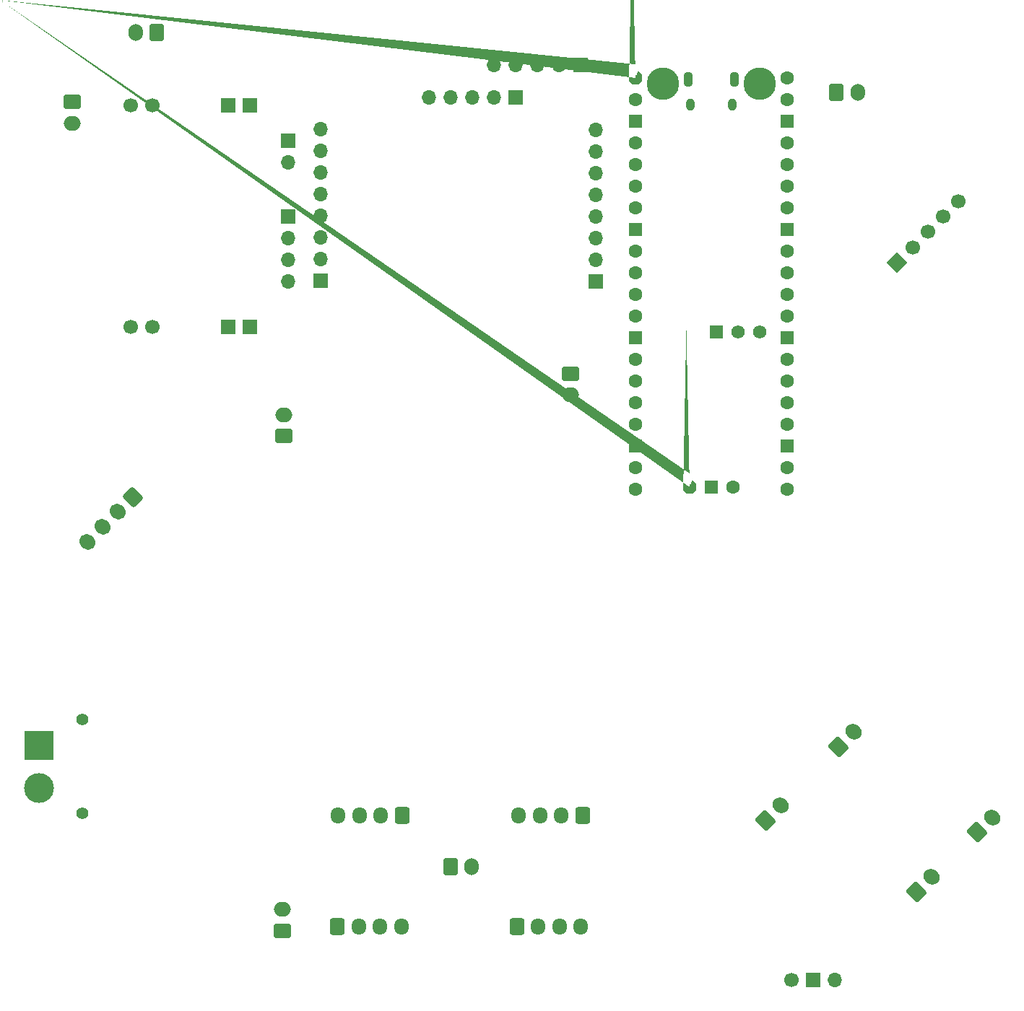
<source format=gbs>
%TF.GenerationSoftware,KiCad,Pcbnew,7.0.10*%
%TF.CreationDate,2024-01-30T15:13:43+08:00*%
%TF.ProjectId,top-rounded,746f702d-726f-4756-9e64-65642e6b6963,rev?*%
%TF.SameCoordinates,Original*%
%TF.FileFunction,Soldermask,Bot*%
%TF.FilePolarity,Negative*%
%FSLAX46Y46*%
G04 Gerber Fmt 4.6, Leading zero omitted, Abs format (unit mm)*
G04 Created by KiCad (PCBNEW 7.0.10) date 2024-01-30 15:13:43*
%MOMM*%
%LPD*%
G01*
G04 APERTURE LIST*
G04 Aperture macros list*
%AMRoundRect*
0 Rectangle with rounded corners*
0 $1 Rounding radius*
0 $2 $3 $4 $5 $6 $7 $8 $9 X,Y pos of 4 corners*
0 Add a 4 corners polygon primitive as box body*
4,1,4,$2,$3,$4,$5,$6,$7,$8,$9,$2,$3,0*
0 Add four circle primitives for the rounded corners*
1,1,$1+$1,$2,$3*
1,1,$1+$1,$4,$5*
1,1,$1+$1,$6,$7*
1,1,$1+$1,$8,$9*
0 Add four rect primitives between the rounded corners*
20,1,$1+$1,$2,$3,$4,$5,0*
20,1,$1+$1,$4,$5,$6,$7,0*
20,1,$1+$1,$6,$7,$8,$9,0*
20,1,$1+$1,$8,$9,$2,$3,0*%
%AMHorizOval*
0 Thick line with rounded ends*
0 $1 width*
0 $2 $3 position (X,Y) of the first rounded end (center of the circle)*
0 $4 $5 position (X,Y) of the second rounded end (center of the circle)*
0 Add line between two ends*
20,1,$1,$2,$3,$4,$5,0*
0 Add two circle primitives to create the rounded ends*
1,1,$1,$2,$3*
1,1,$1,$4,$5*%
%AMRotRect*
0 Rectangle, with rotation*
0 The origin of the aperture is its center*
0 $1 length*
0 $2 width*
0 $3 Rotation angle, in degrees counterclockwise*
0 Add horizontal line*
21,1,$1,$2,0,0,$3*%
%AMFreePoly0*
4,1,58,0.281242,0.792533,0.314585,0.788777,0.324216,0.782725,0.335306,0.780194,0.361541,0.759271,0.389950,0.741421,0.741421,0.389950,0.759271,0.361541,0.780194,0.335306,0.782725,0.324216,0.788777,0.314585,0.792533,0.281242,0.800000,0.248529,0.800000,-0.248529,0.792533,-0.281242,0.788777,-0.314585,0.782725,-0.324216,0.780194,-0.335306,0.759271,-0.361541,0.741421,-0.389950,
0.389950,-0.741421,0.361541,-0.759271,0.335306,-0.780194,0.324216,-0.782725,0.314585,-0.788777,0.281242,-0.792533,0.248529,-0.800000,0.000000,-0.800000,-0.248529,-0.800000,-0.281242,-0.792533,-0.314585,-0.788777,-0.324216,-0.782725,-0.335306,-0.780194,-0.361541,-0.759271,-0.389950,-0.741421,-0.741421,-0.389950,-0.759271,-0.361541,-0.780194,-0.335306,-0.782725,-0.324216,-0.788777,-0.314585,
-0.792533,-0.281242,-0.800000,-0.248529,-0.800000,0.248529,-0.792533,0.281242,-0.788777,0.314585,-0.782725,0.324216,-0.780194,0.335306,-0.759271,0.361541,-0.741421,0.389950,-0.389950,0.741421,-0.361541,0.759271,-0.335306,0.780194,-0.324216,0.782725,-0.314585,0.788777,-0.281242,0.792533,-0.248529,0.800000,0.248529,0.800000,0.281242,0.792533,0.281242,0.792533,$1*%
G04 Aperture macros list end*
%ADD10R,1.700000X1.700000*%
%ADD11O,1.700000X1.700000*%
%ADD12RoundRect,0.250000X0.106066X-0.954594X0.954594X-0.106066X-0.106066X0.954594X-0.954594X0.106066X0*%
%ADD13HorizOval,1.700000X-0.106066X0.106066X0.106066X-0.106066X0*%
%ADD14RoundRect,0.250000X0.600000X0.725000X-0.600000X0.725000X-0.600000X-0.725000X0.600000X-0.725000X0*%
%ADD15O,1.700000X1.950000*%
%ADD16RoundRect,0.250000X-0.600000X-0.750000X0.600000X-0.750000X0.600000X0.750000X-0.600000X0.750000X0*%
%ADD17O,1.700000X2.000000*%
%ADD18RoundRect,0.250000X-0.750000X0.600000X-0.750000X-0.600000X0.750000X-0.600000X0.750000X0.600000X0*%
%ADD19O,2.000000X1.700000*%
%ADD20C,1.700000*%
%ADD21C,1.400000*%
%ADD22R,3.500000X3.500000*%
%ADD23C,3.500000*%
%ADD24RotRect,1.700000X1.700000X135.000000*%
%ADD25HorizOval,1.700000X0.000000X0.000000X0.000000X0.000000X0*%
%ADD26RoundRect,0.250000X0.600000X0.750000X-0.600000X0.750000X-0.600000X-0.750000X0.600000X-0.750000X0*%
%ADD27C,3.800000*%
%ADD28O,1.100000X1.800000*%
%ADD29O,1.050000X1.450000*%
%ADD30FreePoly0,0.000000*%
%ADD31C,1.600000*%
%ADD32RoundRect,0.200000X-0.600000X-0.600000X0.600000X-0.600000X0.600000X0.600000X-0.600000X0.600000X0*%
%ADD33R,1.574800X1.574800*%
%ADD34C,1.574800*%
%ADD35RoundRect,0.250000X0.750000X-0.600000X0.750000X0.600000X-0.750000X0.600000X-0.750000X-0.600000X0*%
%ADD36RoundRect,0.250000X-0.600000X-0.725000X0.600000X-0.725000X0.600000X0.725000X-0.600000X0.725000X0*%
%ADD37RoundRect,0.250000X-0.088388X0.936916X-0.936916X0.088388X0.088388X-0.936916X0.936916X-0.088388X0*%
%ADD38HorizOval,1.700000X-0.088388X0.088388X0.088388X-0.088388X0*%
G04 APERTURE END LIST*
D10*
%TO.C,U2_R1*%
X83820000Y-83058000D03*
D11*
X83820000Y-80518000D03*
X83820000Y-77978000D03*
X83820000Y-75438000D03*
X83820000Y-72898000D03*
X83820000Y-70358000D03*
X83820000Y-67818000D03*
X83820000Y-65278000D03*
%TD*%
D12*
%TO.C,P6*%
X136027233Y-146420767D03*
D13*
X137795000Y-144653000D03*
%TD*%
D14*
%TO.C,M1*%
X114554000Y-145796000D03*
D15*
X112054000Y-145796000D03*
X109554000Y-145796000D03*
X107054000Y-145796000D03*
%TD*%
D16*
%TO.C,J5*%
X144312000Y-60960000D03*
D17*
X146812000Y-60960000D03*
%TD*%
D12*
%TO.C,P7*%
X144536233Y-137784767D03*
D13*
X146304000Y-136017000D03*
%TD*%
D18*
%TO.C,P5*%
X54754000Y-62123000D03*
D19*
X54754000Y-64623000D03*
%TD*%
D20*
%TO.C,J3*%
X139065000Y-165100000D03*
D10*
X141605000Y-165100000D03*
D11*
X144145000Y-165100000D03*
%TD*%
D10*
%TO.C,J1*%
X114300000Y-57785000D03*
D11*
X111760000Y-57785000D03*
X109220000Y-57785000D03*
X106680000Y-57785000D03*
X104140000Y-57785000D03*
%TD*%
D21*
%TO.C,P1*%
X55873000Y-134581000D03*
X55873000Y-145581000D03*
D22*
X50873000Y-137581000D03*
D23*
X50873000Y-142581000D03*
%TD*%
D10*
%TO.C,J8*%
X106680000Y-61595000D03*
D11*
X104140000Y-61595000D03*
X101600000Y-61595000D03*
X99060000Y-61595000D03*
X96520000Y-61595000D03*
%TD*%
D24*
%TO.C,J2*%
X151456846Y-80953154D03*
D25*
X153252897Y-79157103D03*
X155048948Y-77361052D03*
X156845000Y-75565000D03*
X158641051Y-73768949D03*
%TD*%
D10*
%TO.C,U2_L1*%
X116078000Y-83185000D03*
D11*
X116078000Y-80645000D03*
X116078000Y-78105000D03*
X116078000Y-75565000D03*
X116078000Y-73025000D03*
X116078000Y-70485000D03*
X116078000Y-67945000D03*
X116078000Y-65405000D03*
%TD*%
D12*
%TO.C,J7*%
X160792233Y-147817767D03*
D13*
X162560000Y-146050000D03*
%TD*%
D10*
%TO.C,J9*%
X80010000Y-75565000D03*
D11*
X80010000Y-78105000D03*
X80010000Y-80645000D03*
X80010000Y-83185000D03*
%TD*%
D12*
%TO.C,J6*%
X153684886Y-154817653D03*
D13*
X155452653Y-153049886D03*
%TD*%
D26*
%TO.C,P4*%
X64643000Y-53975000D03*
D17*
X62143000Y-53975000D03*
%TD*%
D14*
%TO.C,M4*%
X93412000Y-145813000D03*
D15*
X90912000Y-145813000D03*
X88412000Y-145813000D03*
X85912000Y-145813000D03*
%TD*%
D10*
%TO.C,J10*%
X80010000Y-66675000D03*
D11*
X80010000Y-69215000D03*
%TD*%
D16*
%TO.C,P3*%
X99080000Y-151875000D03*
D17*
X101580000Y-151875000D03*
%TD*%
D27*
%TO.C,U1*%
X123967000Y-59939000D03*
D28*
X126942000Y-59439000D03*
D29*
X127242000Y-62469000D03*
X132092000Y-62469000D03*
D28*
X132392000Y-59439000D03*
D27*
X135367000Y-59939000D03*
D30*
X120777000Y-59309000D03*
D31*
X120777000Y-61849000D03*
D32*
X120777000Y-64389000D03*
D31*
X120777000Y-66929000D03*
X120777000Y-69469000D03*
X120777000Y-72009000D03*
X120777000Y-74549000D03*
D32*
X120777000Y-77089000D03*
D31*
X120777000Y-79629000D03*
X120777000Y-82169000D03*
X120777000Y-84709000D03*
X120777000Y-87249000D03*
D32*
X120777000Y-89789000D03*
D31*
X120777000Y-92329000D03*
X120777000Y-94869000D03*
X120777000Y-97409000D03*
X120777000Y-99949000D03*
D32*
X120777000Y-102489000D03*
D31*
X120777000Y-105029000D03*
X120777000Y-107569000D03*
X138557000Y-107569000D03*
X138557000Y-105029000D03*
D32*
X138557000Y-102489000D03*
D31*
X138557000Y-99949000D03*
X138557000Y-97409000D03*
X138557000Y-94869000D03*
X138557000Y-92329000D03*
D32*
X138557000Y-89789000D03*
D31*
X138557000Y-87249000D03*
X138557000Y-84709000D03*
X138557000Y-82169000D03*
X138557000Y-79629000D03*
D32*
X138557000Y-77089000D03*
D31*
X138557000Y-74549000D03*
X138557000Y-72009000D03*
X138557000Y-69469000D03*
X138557000Y-66929000D03*
D32*
X138557000Y-64389000D03*
D31*
X138557000Y-61849000D03*
X138557000Y-59309000D03*
D30*
X127127000Y-107339000D03*
D33*
X130251200Y-89139000D03*
D32*
X129667000Y-107339000D03*
D34*
X132791200Y-89139000D03*
D31*
X132207000Y-107339000D03*
D34*
X135331200Y-89139000D03*
%TD*%
D10*
%TO.C,U3*%
X75585270Y-62495708D03*
X73045270Y-62495708D03*
X75585270Y-88495708D03*
X73045270Y-88495708D03*
D20*
X64155270Y-88495708D03*
X61615270Y-88495708D03*
X64155270Y-62495708D03*
X61615270Y-62495708D03*
%TD*%
D35*
%TO.C,P2*%
X79375000Y-159345000D03*
D19*
X79375000Y-156845000D03*
%TD*%
D36*
%TO.C,M2*%
X106847000Y-158877000D03*
D15*
X109347000Y-158877000D03*
X111847000Y-158877000D03*
X114347000Y-158877000D03*
%TD*%
D35*
%TO.C,SW1*%
X79502000Y-101306000D03*
D19*
X79502000Y-98806000D03*
%TD*%
D36*
%TO.C,M3*%
X85805000Y-158877000D03*
D15*
X88305000Y-158877000D03*
X90805000Y-158877000D03*
X93305000Y-158877000D03*
%TD*%
D37*
%TO.C,P8*%
X61849000Y-108458000D03*
D38*
X60081233Y-110225767D03*
X58313466Y-111993534D03*
X56545699Y-113761301D03*
%TD*%
D18*
%TO.C,J4*%
X113140000Y-94000000D03*
D19*
X113140000Y-96500000D03*
%TD*%
M02*

</source>
